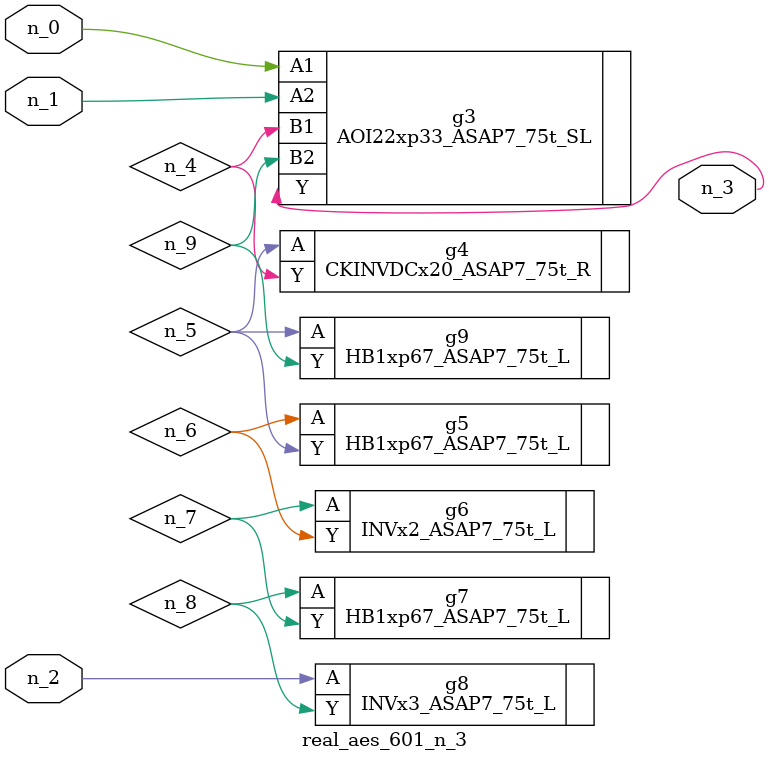
<source format=v>
module real_aes_601_n_3 (n_0, n_2, n_1, n_3);
input n_0;
input n_2;
input n_1;
output n_3;
wire n_4;
wire n_5;
wire n_7;
wire n_9;
wire n_6;
wire n_8;
AOI22xp33_ASAP7_75t_SL g3 ( .A1(n_0), .A2(n_1), .B1(n_4), .B2(n_9), .Y(n_3) );
INVx3_ASAP7_75t_L g8 ( .A(n_2), .Y(n_8) );
CKINVDCx20_ASAP7_75t_R g4 ( .A(n_5), .Y(n_4) );
HB1xp67_ASAP7_75t_L g9 ( .A(n_5), .Y(n_9) );
HB1xp67_ASAP7_75t_L g5 ( .A(n_6), .Y(n_5) );
INVx2_ASAP7_75t_L g6 ( .A(n_7), .Y(n_6) );
HB1xp67_ASAP7_75t_L g7 ( .A(n_8), .Y(n_7) );
endmodule
</source>
